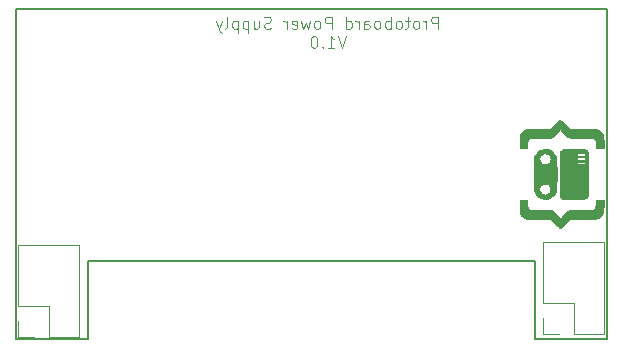
<source format=gbr>
%TF.GenerationSoftware,KiCad,Pcbnew,5.0.2-bee76a0~70~ubuntu18.04.1*%
%TF.CreationDate,2018-12-09T23:27:29+01:00*%
%TF.ProjectId,Protoboard_power_supply,50726f74-6f62-46f6-9172-645f706f7765,rev?*%
%TF.SameCoordinates,Original*%
%TF.FileFunction,Legend,Bot*%
%TF.FilePolarity,Positive*%
%FSLAX46Y46*%
G04 Gerber Fmt 4.6, Leading zero omitted, Abs format (unit mm)*
G04 Created by KiCad (PCBNEW 5.0.2-bee76a0~70~ubuntu18.04.1) date dom 09 dic 2018 23:27:29 CET*
%MOMM*%
%LPD*%
G01*
G04 APERTURE LIST*
%ADD10C,0.120000*%
%ADD11C,0.127000*%
%ADD12C,0.010000*%
G04 APERTURE END LIST*
D10*
X177989333Y-88034380D02*
X177989333Y-87034380D01*
X177608380Y-87034380D01*
X177513142Y-87082000D01*
X177465523Y-87129619D01*
X177417904Y-87224857D01*
X177417904Y-87367714D01*
X177465523Y-87462952D01*
X177513142Y-87510571D01*
X177608380Y-87558190D01*
X177989333Y-87558190D01*
X176989333Y-88034380D02*
X176989333Y-87367714D01*
X176989333Y-87558190D02*
X176941714Y-87462952D01*
X176894095Y-87415333D01*
X176798857Y-87367714D01*
X176703619Y-87367714D01*
X176227428Y-88034380D02*
X176322666Y-87986761D01*
X176370285Y-87939142D01*
X176417904Y-87843904D01*
X176417904Y-87558190D01*
X176370285Y-87462952D01*
X176322666Y-87415333D01*
X176227428Y-87367714D01*
X176084571Y-87367714D01*
X175989333Y-87415333D01*
X175941714Y-87462952D01*
X175894095Y-87558190D01*
X175894095Y-87843904D01*
X175941714Y-87939142D01*
X175989333Y-87986761D01*
X176084571Y-88034380D01*
X176227428Y-88034380D01*
X175608380Y-87367714D02*
X175227428Y-87367714D01*
X175465523Y-87034380D02*
X175465523Y-87891523D01*
X175417904Y-87986761D01*
X175322666Y-88034380D01*
X175227428Y-88034380D01*
X174751238Y-88034380D02*
X174846476Y-87986761D01*
X174894095Y-87939142D01*
X174941714Y-87843904D01*
X174941714Y-87558190D01*
X174894095Y-87462952D01*
X174846476Y-87415333D01*
X174751238Y-87367714D01*
X174608380Y-87367714D01*
X174513142Y-87415333D01*
X174465523Y-87462952D01*
X174417904Y-87558190D01*
X174417904Y-87843904D01*
X174465523Y-87939142D01*
X174513142Y-87986761D01*
X174608380Y-88034380D01*
X174751238Y-88034380D01*
X173989333Y-88034380D02*
X173989333Y-87034380D01*
X173989333Y-87415333D02*
X173894095Y-87367714D01*
X173703619Y-87367714D01*
X173608380Y-87415333D01*
X173560761Y-87462952D01*
X173513142Y-87558190D01*
X173513142Y-87843904D01*
X173560761Y-87939142D01*
X173608380Y-87986761D01*
X173703619Y-88034380D01*
X173894095Y-88034380D01*
X173989333Y-87986761D01*
X172941714Y-88034380D02*
X173036952Y-87986761D01*
X173084571Y-87939142D01*
X173132190Y-87843904D01*
X173132190Y-87558190D01*
X173084571Y-87462952D01*
X173036952Y-87415333D01*
X172941714Y-87367714D01*
X172798857Y-87367714D01*
X172703619Y-87415333D01*
X172656000Y-87462952D01*
X172608380Y-87558190D01*
X172608380Y-87843904D01*
X172656000Y-87939142D01*
X172703619Y-87986761D01*
X172798857Y-88034380D01*
X172941714Y-88034380D01*
X171751238Y-88034380D02*
X171751238Y-87510571D01*
X171798857Y-87415333D01*
X171894095Y-87367714D01*
X172084571Y-87367714D01*
X172179809Y-87415333D01*
X171751238Y-87986761D02*
X171846476Y-88034380D01*
X172084571Y-88034380D01*
X172179809Y-87986761D01*
X172227428Y-87891523D01*
X172227428Y-87796285D01*
X172179809Y-87701047D01*
X172084571Y-87653428D01*
X171846476Y-87653428D01*
X171751238Y-87605809D01*
X171275047Y-88034380D02*
X171275047Y-87367714D01*
X171275047Y-87558190D02*
X171227428Y-87462952D01*
X171179809Y-87415333D01*
X171084571Y-87367714D01*
X170989333Y-87367714D01*
X170227428Y-88034380D02*
X170227428Y-87034380D01*
X170227428Y-87986761D02*
X170322666Y-88034380D01*
X170513142Y-88034380D01*
X170608380Y-87986761D01*
X170656000Y-87939142D01*
X170703619Y-87843904D01*
X170703619Y-87558190D01*
X170656000Y-87462952D01*
X170608380Y-87415333D01*
X170513142Y-87367714D01*
X170322666Y-87367714D01*
X170227428Y-87415333D01*
X168989333Y-88034380D02*
X168989333Y-87034380D01*
X168608380Y-87034380D01*
X168513142Y-87082000D01*
X168465523Y-87129619D01*
X168417904Y-87224857D01*
X168417904Y-87367714D01*
X168465523Y-87462952D01*
X168513142Y-87510571D01*
X168608380Y-87558190D01*
X168989333Y-87558190D01*
X167846476Y-88034380D02*
X167941714Y-87986761D01*
X167989333Y-87939142D01*
X168036952Y-87843904D01*
X168036952Y-87558190D01*
X167989333Y-87462952D01*
X167941714Y-87415333D01*
X167846476Y-87367714D01*
X167703619Y-87367714D01*
X167608380Y-87415333D01*
X167560761Y-87462952D01*
X167513142Y-87558190D01*
X167513142Y-87843904D01*
X167560761Y-87939142D01*
X167608380Y-87986761D01*
X167703619Y-88034380D01*
X167846476Y-88034380D01*
X167179809Y-87367714D02*
X166989333Y-88034380D01*
X166798857Y-87558190D01*
X166608380Y-88034380D01*
X166417904Y-87367714D01*
X165656000Y-87986761D02*
X165751238Y-88034380D01*
X165941714Y-88034380D01*
X166036952Y-87986761D01*
X166084571Y-87891523D01*
X166084571Y-87510571D01*
X166036952Y-87415333D01*
X165941714Y-87367714D01*
X165751238Y-87367714D01*
X165656000Y-87415333D01*
X165608380Y-87510571D01*
X165608380Y-87605809D01*
X166084571Y-87701047D01*
X165179809Y-88034380D02*
X165179809Y-87367714D01*
X165179809Y-87558190D02*
X165132190Y-87462952D01*
X165084571Y-87415333D01*
X164989333Y-87367714D01*
X164894095Y-87367714D01*
X163846476Y-87986761D02*
X163703619Y-88034380D01*
X163465523Y-88034380D01*
X163370285Y-87986761D01*
X163322666Y-87939142D01*
X163275047Y-87843904D01*
X163275047Y-87748666D01*
X163322666Y-87653428D01*
X163370285Y-87605809D01*
X163465523Y-87558190D01*
X163656000Y-87510571D01*
X163751238Y-87462952D01*
X163798857Y-87415333D01*
X163846476Y-87320095D01*
X163846476Y-87224857D01*
X163798857Y-87129619D01*
X163751238Y-87082000D01*
X163656000Y-87034380D01*
X163417904Y-87034380D01*
X163275047Y-87082000D01*
X162417904Y-87367714D02*
X162417904Y-88034380D01*
X162846476Y-87367714D02*
X162846476Y-87891523D01*
X162798857Y-87986761D01*
X162703619Y-88034380D01*
X162560761Y-88034380D01*
X162465523Y-87986761D01*
X162417904Y-87939142D01*
X161941714Y-87367714D02*
X161941714Y-88367714D01*
X161941714Y-87415333D02*
X161846476Y-87367714D01*
X161656000Y-87367714D01*
X161560761Y-87415333D01*
X161513142Y-87462952D01*
X161465523Y-87558190D01*
X161465523Y-87843904D01*
X161513142Y-87939142D01*
X161560761Y-87986761D01*
X161656000Y-88034380D01*
X161846476Y-88034380D01*
X161941714Y-87986761D01*
X161036952Y-87367714D02*
X161036952Y-88367714D01*
X161036952Y-87415333D02*
X160941714Y-87367714D01*
X160751238Y-87367714D01*
X160656000Y-87415333D01*
X160608380Y-87462952D01*
X160560761Y-87558190D01*
X160560761Y-87843904D01*
X160608380Y-87939142D01*
X160656000Y-87986761D01*
X160751238Y-88034380D01*
X160941714Y-88034380D01*
X161036952Y-87986761D01*
X159989333Y-88034380D02*
X160084571Y-87986761D01*
X160132190Y-87891523D01*
X160132190Y-87034380D01*
X159703619Y-87367714D02*
X159465523Y-88034380D01*
X159227428Y-87367714D02*
X159465523Y-88034380D01*
X159560761Y-88272476D01*
X159608380Y-88320095D01*
X159703619Y-88367714D01*
X170179809Y-88654380D02*
X169846476Y-89654380D01*
X169513142Y-88654380D01*
X168656000Y-89654380D02*
X169227428Y-89654380D01*
X168941714Y-89654380D02*
X168941714Y-88654380D01*
X169036952Y-88797238D01*
X169132190Y-88892476D01*
X169227428Y-88940095D01*
X168227428Y-89559142D02*
X168179809Y-89606761D01*
X168227428Y-89654380D01*
X168275047Y-89606761D01*
X168227428Y-89559142D01*
X168227428Y-89654380D01*
X167560761Y-88654380D02*
X167465523Y-88654380D01*
X167370285Y-88702000D01*
X167322666Y-88749619D01*
X167275047Y-88844857D01*
X167227428Y-89035333D01*
X167227428Y-89273428D01*
X167275047Y-89463904D01*
X167322666Y-89559142D01*
X167370285Y-89606761D01*
X167465523Y-89654380D01*
X167560761Y-89654380D01*
X167656000Y-89606761D01*
X167703619Y-89559142D01*
X167751238Y-89463904D01*
X167798857Y-89273428D01*
X167798857Y-89035333D01*
X167751238Y-88844857D01*
X167703619Y-88749619D01*
X167656000Y-88702000D01*
X167560761Y-88654380D01*
D11*
X148336000Y-114300000D02*
X148336000Y-107696000D01*
X192278000Y-114300000D02*
X192278000Y-86360000D01*
X186182000Y-107696000D02*
X186182000Y-114300000D01*
X142240000Y-114300000D02*
X142240000Y-86360000D01*
X148336000Y-114300000D02*
X142240000Y-114300000D01*
X186182000Y-107696000D02*
X148336000Y-107696000D01*
X192278000Y-114300000D02*
X186182000Y-114300000D01*
X142240000Y-86360000D02*
X192278000Y-86360000D01*
D10*
X142434000Y-106366000D02*
X147634000Y-106366000D01*
X142434000Y-111506000D02*
X142434000Y-106366000D01*
X147634000Y-114106000D02*
X147634000Y-106366000D01*
X142434000Y-111506000D02*
X145034000Y-111506000D01*
X145034000Y-111506000D02*
X145034000Y-114106000D01*
X145034000Y-114106000D02*
X147634000Y-114106000D01*
X142434000Y-112776000D02*
X142434000Y-114106000D01*
X142434000Y-114106000D02*
X143764000Y-114106000D01*
X186884000Y-113852000D02*
X188214000Y-113852000D01*
X186884000Y-112522000D02*
X186884000Y-113852000D01*
X189484000Y-113852000D02*
X192084000Y-113852000D01*
X189484000Y-111252000D02*
X189484000Y-113852000D01*
X186884000Y-111252000D02*
X189484000Y-111252000D01*
X192084000Y-113852000D02*
X192084000Y-106112000D01*
X186884000Y-111252000D02*
X186884000Y-106112000D01*
X186884000Y-106112000D02*
X192084000Y-106112000D01*
D12*
G36*
X186119463Y-100308834D02*
X186119846Y-100597107D01*
X186120940Y-100856617D01*
X186122717Y-101085450D01*
X186125145Y-101281697D01*
X186128197Y-101443445D01*
X186131840Y-101568784D01*
X186136047Y-101655802D01*
X186140786Y-101702589D01*
X186141278Y-101704939D01*
X186199369Y-101871659D01*
X186291524Y-102030718D01*
X186409810Y-102170567D01*
X186527637Y-102267509D01*
X186665752Y-102346550D01*
X186806931Y-102396450D01*
X186963007Y-102420285D01*
X187122377Y-102422131D01*
X187225901Y-102417095D01*
X187301634Y-102408810D01*
X187364117Y-102393931D01*
X187427894Y-102369117D01*
X187497840Y-102335810D01*
X187667228Y-102229336D01*
X187808166Y-102093237D01*
X187917564Y-101931784D01*
X187992331Y-101749248D01*
X188022500Y-101610584D01*
X188026801Y-101558420D01*
X188030544Y-101468903D01*
X188033730Y-101347012D01*
X188036362Y-101197722D01*
X188038442Y-101026011D01*
X188039973Y-100836857D01*
X188040957Y-100635237D01*
X188041397Y-100426127D01*
X188041296Y-100214505D01*
X188040654Y-100005349D01*
X188039476Y-99803634D01*
X188037762Y-99614339D01*
X188035517Y-99442441D01*
X188032741Y-99292917D01*
X188029439Y-99170744D01*
X188025611Y-99080899D01*
X188021261Y-99028360D01*
X188021245Y-99028250D01*
X187974890Y-98849218D01*
X187892175Y-98683272D01*
X187778322Y-98535558D01*
X187638552Y-98411222D01*
X187478087Y-98315411D01*
X187302149Y-98253270D01*
X187219007Y-98237620D01*
X187106609Y-98233040D01*
X187106609Y-98583056D01*
X187233615Y-98615686D01*
X187288432Y-98643205D01*
X187387604Y-98721007D01*
X187466202Y-98821023D01*
X187513910Y-98929888D01*
X187515944Y-98937987D01*
X187529945Y-99006596D01*
X187532222Y-99060600D01*
X187521872Y-99119685D01*
X187504802Y-99180783D01*
X187450332Y-99297563D01*
X187366679Y-99394200D01*
X187261919Y-99465808D01*
X187144126Y-99507499D01*
X187091039Y-99510477D01*
X187091039Y-101143426D01*
X187209316Y-101166976D01*
X187318655Y-101221679D01*
X187412544Y-101306740D01*
X187484469Y-101421365D01*
X187507232Y-101480191D01*
X187526054Y-101606435D01*
X187504355Y-101740793D01*
X187469453Y-101829444D01*
X187423229Y-101900195D01*
X187361082Y-101966122D01*
X187340095Y-101982965D01*
X187212882Y-102052524D01*
X187082557Y-102080222D01*
X186951460Y-102065971D01*
X186821933Y-102009682D01*
X186811020Y-102002925D01*
X186707657Y-101914664D01*
X186636055Y-101805492D01*
X186598096Y-101683146D01*
X186595659Y-101555365D01*
X186630626Y-101429887D01*
X186658809Y-101376650D01*
X186747709Y-101267640D01*
X186853722Y-101192963D01*
X186970336Y-101151823D01*
X187091039Y-101143426D01*
X187091039Y-99510477D01*
X187021375Y-99514386D01*
X186968595Y-99505310D01*
X186831773Y-99452496D01*
X186723029Y-99370895D01*
X186645589Y-99264458D01*
X186602679Y-99137132D01*
X186594826Y-99047757D01*
X186599338Y-98961292D01*
X186617193Y-98893723D01*
X186654684Y-98822204D01*
X186658809Y-98815483D01*
X186747931Y-98706709D01*
X186856870Y-98630454D01*
X186978729Y-98588608D01*
X187106609Y-98583056D01*
X187106609Y-98233040D01*
X187015442Y-98229324D01*
X186822069Y-98259621D01*
X186643164Y-98325963D01*
X186483002Y-98425798D01*
X186345859Y-98556579D01*
X186236009Y-98715755D01*
X186170247Y-98862980D01*
X186119392Y-99007084D01*
X186119463Y-100308834D01*
X186119463Y-100308834D01*
G37*
X186119463Y-100308834D02*
X186119846Y-100597107D01*
X186120940Y-100856617D01*
X186122717Y-101085450D01*
X186125145Y-101281697D01*
X186128197Y-101443445D01*
X186131840Y-101568784D01*
X186136047Y-101655802D01*
X186140786Y-101702589D01*
X186141278Y-101704939D01*
X186199369Y-101871659D01*
X186291524Y-102030718D01*
X186409810Y-102170567D01*
X186527637Y-102267509D01*
X186665752Y-102346550D01*
X186806931Y-102396450D01*
X186963007Y-102420285D01*
X187122377Y-102422131D01*
X187225901Y-102417095D01*
X187301634Y-102408810D01*
X187364117Y-102393931D01*
X187427894Y-102369117D01*
X187497840Y-102335810D01*
X187667228Y-102229336D01*
X187808166Y-102093237D01*
X187917564Y-101931784D01*
X187992331Y-101749248D01*
X188022500Y-101610584D01*
X188026801Y-101558420D01*
X188030544Y-101468903D01*
X188033730Y-101347012D01*
X188036362Y-101197722D01*
X188038442Y-101026011D01*
X188039973Y-100836857D01*
X188040957Y-100635237D01*
X188041397Y-100426127D01*
X188041296Y-100214505D01*
X188040654Y-100005349D01*
X188039476Y-99803634D01*
X188037762Y-99614339D01*
X188035517Y-99442441D01*
X188032741Y-99292917D01*
X188029439Y-99170744D01*
X188025611Y-99080899D01*
X188021261Y-99028360D01*
X188021245Y-99028250D01*
X187974890Y-98849218D01*
X187892175Y-98683272D01*
X187778322Y-98535558D01*
X187638552Y-98411222D01*
X187478087Y-98315411D01*
X187302149Y-98253270D01*
X187219007Y-98237620D01*
X187106609Y-98233040D01*
X187106609Y-98583056D01*
X187233615Y-98615686D01*
X187288432Y-98643205D01*
X187387604Y-98721007D01*
X187466202Y-98821023D01*
X187513910Y-98929888D01*
X187515944Y-98937987D01*
X187529945Y-99006596D01*
X187532222Y-99060600D01*
X187521872Y-99119685D01*
X187504802Y-99180783D01*
X187450332Y-99297563D01*
X187366679Y-99394200D01*
X187261919Y-99465808D01*
X187144126Y-99507499D01*
X187091039Y-99510477D01*
X187091039Y-101143426D01*
X187209316Y-101166976D01*
X187318655Y-101221679D01*
X187412544Y-101306740D01*
X187484469Y-101421365D01*
X187507232Y-101480191D01*
X187526054Y-101606435D01*
X187504355Y-101740793D01*
X187469453Y-101829444D01*
X187423229Y-101900195D01*
X187361082Y-101966122D01*
X187340095Y-101982965D01*
X187212882Y-102052524D01*
X187082557Y-102080222D01*
X186951460Y-102065971D01*
X186821933Y-102009682D01*
X186811020Y-102002925D01*
X186707657Y-101914664D01*
X186636055Y-101805492D01*
X186598096Y-101683146D01*
X186595659Y-101555365D01*
X186630626Y-101429887D01*
X186658809Y-101376650D01*
X186747709Y-101267640D01*
X186853722Y-101192963D01*
X186970336Y-101151823D01*
X187091039Y-101143426D01*
X187091039Y-99510477D01*
X187021375Y-99514386D01*
X186968595Y-99505310D01*
X186831773Y-99452496D01*
X186723029Y-99370895D01*
X186645589Y-99264458D01*
X186602679Y-99137132D01*
X186594826Y-99047757D01*
X186599338Y-98961292D01*
X186617193Y-98893723D01*
X186654684Y-98822204D01*
X186658809Y-98815483D01*
X186747931Y-98706709D01*
X186856870Y-98630454D01*
X186978729Y-98588608D01*
X187106609Y-98583056D01*
X187106609Y-98233040D01*
X187015442Y-98229324D01*
X186822069Y-98259621D01*
X186643164Y-98325963D01*
X186483002Y-98425798D01*
X186345859Y-98556579D01*
X186236009Y-98715755D01*
X186170247Y-98862980D01*
X186119392Y-99007084D01*
X186119463Y-100308834D01*
G36*
X188303622Y-100342667D02*
X188304610Y-100666399D01*
X188305546Y-100950484D01*
X188306499Y-101197606D01*
X188307538Y-101410452D01*
X188308733Y-101591706D01*
X188310154Y-101744054D01*
X188311870Y-101870182D01*
X188313950Y-101972775D01*
X188316465Y-102054518D01*
X188319483Y-102118098D01*
X188323075Y-102166198D01*
X188327309Y-102201505D01*
X188332255Y-102226705D01*
X188337983Y-102244482D01*
X188344563Y-102257523D01*
X188352063Y-102268512D01*
X188353529Y-102270497D01*
X188402152Y-102323590D01*
X188462056Y-102373849D01*
X188468677Y-102378477D01*
X188539546Y-102426704D01*
X189514481Y-102420810D01*
X189743274Y-102419363D01*
X189933549Y-102417916D01*
X190089122Y-102416291D01*
X190213807Y-102414310D01*
X190311419Y-102411794D01*
X190385774Y-102408565D01*
X190440687Y-102404445D01*
X190479973Y-102399255D01*
X190507447Y-102392818D01*
X190526925Y-102384954D01*
X190542220Y-102375486D01*
X190546192Y-102372584D01*
X190594657Y-102325335D01*
X190640418Y-102263882D01*
X190646734Y-102253285D01*
X190654355Y-102239232D01*
X190661035Y-102223790D01*
X190666835Y-102204232D01*
X190671816Y-102177834D01*
X190676040Y-102141871D01*
X190679568Y-102093618D01*
X190682460Y-102030350D01*
X190684779Y-101949341D01*
X190686585Y-101847867D01*
X190687940Y-101723203D01*
X190688904Y-101572623D01*
X190689540Y-101393403D01*
X190689908Y-101182817D01*
X190690070Y-100938141D01*
X190690087Y-100656650D01*
X190690020Y-100335617D01*
X190690018Y-100327118D01*
X190689874Y-100002087D01*
X190689593Y-99716718D01*
X190689124Y-99468343D01*
X190688420Y-99254290D01*
X190687433Y-99071889D01*
X190686114Y-98918470D01*
X190684415Y-98791363D01*
X190682288Y-98687898D01*
X190679684Y-98605404D01*
X190676555Y-98541211D01*
X190672852Y-98492649D01*
X190668528Y-98457048D01*
X190663534Y-98431737D01*
X190657821Y-98414046D01*
X190655298Y-98408452D01*
X190589520Y-98321098D01*
X190491198Y-98260377D01*
X190413217Y-98235838D01*
X190368868Y-98230620D01*
X190288088Y-98226124D01*
X190176716Y-98222355D01*
X190040591Y-98219322D01*
X189885553Y-98217032D01*
X189738000Y-98215680D01*
X189738000Y-98573167D01*
X190415333Y-98573167D01*
X190415333Y-98806000D01*
X189738000Y-98806000D01*
X189738000Y-98933000D01*
X190415333Y-98933000D01*
X190415333Y-99165834D01*
X189738000Y-99165834D01*
X189738000Y-99292834D01*
X190415333Y-99292834D01*
X190415333Y-99525667D01*
X189738000Y-99525667D01*
X189738000Y-99292834D01*
X189738000Y-99165834D01*
X189738000Y-98933000D01*
X189738000Y-98806000D01*
X189738000Y-98573167D01*
X189738000Y-98215680D01*
X189717441Y-98215491D01*
X189542093Y-98214707D01*
X189365350Y-98214686D01*
X189193050Y-98215437D01*
X189031032Y-98216966D01*
X188885136Y-98219280D01*
X188761201Y-98222387D01*
X188665066Y-98226294D01*
X188602570Y-98231007D01*
X188586054Y-98233600D01*
X188473371Y-98278520D01*
X188380929Y-98358163D01*
X188345956Y-98404116D01*
X188297995Y-98474590D01*
X188303622Y-100342667D01*
X188303622Y-100342667D01*
G37*
X188303622Y-100342667D02*
X188304610Y-100666399D01*
X188305546Y-100950484D01*
X188306499Y-101197606D01*
X188307538Y-101410452D01*
X188308733Y-101591706D01*
X188310154Y-101744054D01*
X188311870Y-101870182D01*
X188313950Y-101972775D01*
X188316465Y-102054518D01*
X188319483Y-102118098D01*
X188323075Y-102166198D01*
X188327309Y-102201505D01*
X188332255Y-102226705D01*
X188337983Y-102244482D01*
X188344563Y-102257523D01*
X188352063Y-102268512D01*
X188353529Y-102270497D01*
X188402152Y-102323590D01*
X188462056Y-102373849D01*
X188468677Y-102378477D01*
X188539546Y-102426704D01*
X189514481Y-102420810D01*
X189743274Y-102419363D01*
X189933549Y-102417916D01*
X190089122Y-102416291D01*
X190213807Y-102414310D01*
X190311419Y-102411794D01*
X190385774Y-102408565D01*
X190440687Y-102404445D01*
X190479973Y-102399255D01*
X190507447Y-102392818D01*
X190526925Y-102384954D01*
X190542220Y-102375486D01*
X190546192Y-102372584D01*
X190594657Y-102325335D01*
X190640418Y-102263882D01*
X190646734Y-102253285D01*
X190654355Y-102239232D01*
X190661035Y-102223790D01*
X190666835Y-102204232D01*
X190671816Y-102177834D01*
X190676040Y-102141871D01*
X190679568Y-102093618D01*
X190682460Y-102030350D01*
X190684779Y-101949341D01*
X190686585Y-101847867D01*
X190687940Y-101723203D01*
X190688904Y-101572623D01*
X190689540Y-101393403D01*
X190689908Y-101182817D01*
X190690070Y-100938141D01*
X190690087Y-100656650D01*
X190690020Y-100335617D01*
X190690018Y-100327118D01*
X190689874Y-100002087D01*
X190689593Y-99716718D01*
X190689124Y-99468343D01*
X190688420Y-99254290D01*
X190687433Y-99071889D01*
X190686114Y-98918470D01*
X190684415Y-98791363D01*
X190682288Y-98687898D01*
X190679684Y-98605404D01*
X190676555Y-98541211D01*
X190672852Y-98492649D01*
X190668528Y-98457048D01*
X190663534Y-98431737D01*
X190657821Y-98414046D01*
X190655298Y-98408452D01*
X190589520Y-98321098D01*
X190491198Y-98260377D01*
X190413217Y-98235838D01*
X190368868Y-98230620D01*
X190288088Y-98226124D01*
X190176716Y-98222355D01*
X190040591Y-98219322D01*
X189885553Y-98217032D01*
X189738000Y-98215680D01*
X189738000Y-98573167D01*
X190415333Y-98573167D01*
X190415333Y-98806000D01*
X189738000Y-98806000D01*
X189738000Y-98933000D01*
X190415333Y-98933000D01*
X190415333Y-99165834D01*
X189738000Y-99165834D01*
X189738000Y-99292834D01*
X190415333Y-99292834D01*
X190415333Y-99525667D01*
X189738000Y-99525667D01*
X189738000Y-99292834D01*
X189738000Y-99165834D01*
X189738000Y-98933000D01*
X189738000Y-98806000D01*
X189738000Y-98573167D01*
X189738000Y-98215680D01*
X189717441Y-98215491D01*
X189542093Y-98214707D01*
X189365350Y-98214686D01*
X189193050Y-98215437D01*
X189031032Y-98216966D01*
X188885136Y-98219280D01*
X188761201Y-98222387D01*
X188665066Y-98226294D01*
X188602570Y-98231007D01*
X188586054Y-98233600D01*
X188473371Y-98278520D01*
X188380929Y-98358163D01*
X188345956Y-98404116D01*
X188297995Y-98474590D01*
X188303622Y-100342667D01*
G36*
X184916764Y-103065792D02*
X184920301Y-103250111D01*
X184925462Y-103398058D01*
X184933720Y-103515593D01*
X184946545Y-103608677D01*
X184965409Y-103683270D01*
X184991783Y-103745332D01*
X185027138Y-103800824D01*
X185072947Y-103855707D01*
X185125277Y-103910471D01*
X185201014Y-103981337D01*
X185270254Y-104029166D01*
X185351015Y-104065439D01*
X185389861Y-104079044D01*
X185424970Y-104090392D01*
X185458922Y-104099868D01*
X185495818Y-104107674D01*
X185539759Y-104114011D01*
X185594848Y-104119080D01*
X185665188Y-104123084D01*
X185754878Y-104126223D01*
X185868023Y-104128699D01*
X186008722Y-104130714D01*
X186181080Y-104132470D01*
X186389196Y-104134167D01*
X186533561Y-104135246D01*
X187530706Y-104142598D01*
X187905772Y-104532882D01*
X188037885Y-104668826D01*
X188143711Y-104774242D01*
X188224762Y-104850531D01*
X188282548Y-104899093D01*
X188318582Y-104921328D01*
X188327009Y-104923167D01*
X188356578Y-104909768D01*
X188409946Y-104868942D01*
X188488169Y-104799742D01*
X188592304Y-104701222D01*
X188723405Y-104572438D01*
X188764333Y-104531584D01*
X189155487Y-104140000D01*
X190192868Y-104139840D01*
X190414711Y-104139367D01*
X190624104Y-104138069D01*
X190816653Y-104136027D01*
X190987965Y-104133321D01*
X191133645Y-104130032D01*
X191249300Y-104126239D01*
X191330538Y-104122023D01*
X191367833Y-104118394D01*
X191505848Y-104084612D01*
X191638173Y-104029685D01*
X191753083Y-103959676D01*
X191838855Y-103880646D01*
X191846659Y-103870809D01*
X191894686Y-103803903D01*
X191932479Y-103739727D01*
X191961376Y-103671886D01*
X191982713Y-103593986D01*
X191997827Y-103499632D01*
X192008056Y-103382428D01*
X192014734Y-103235981D01*
X192019201Y-103053895D01*
X192019374Y-103044625D01*
X192028464Y-102552500D01*
X191366654Y-102552500D01*
X191380368Y-102686356D01*
X191384287Y-102847698D01*
X191364019Y-102998875D01*
X191321986Y-103133135D01*
X191260609Y-103243725D01*
X191182311Y-103323891D01*
X191143146Y-103347775D01*
X191122043Y-103357180D01*
X191097332Y-103365101D01*
X191065221Y-103371714D01*
X191021915Y-103377194D01*
X190963620Y-103381718D01*
X190886542Y-103385462D01*
X190786888Y-103388601D01*
X190660863Y-103391310D01*
X190504674Y-103393767D01*
X190314526Y-103396147D01*
X190086626Y-103398625D01*
X190034333Y-103399167D01*
X189798734Y-103401666D01*
X189601716Y-103404003D01*
X189439528Y-103406356D01*
X189308419Y-103408907D01*
X189204639Y-103411834D01*
X189124435Y-103415317D01*
X189064057Y-103419537D01*
X189019755Y-103424672D01*
X188987776Y-103430903D01*
X188964371Y-103438410D01*
X188945787Y-103447372D01*
X188938383Y-103451695D01*
X188902129Y-103481513D01*
X188845123Y-103537864D01*
X188773322Y-103614436D01*
X188692680Y-103704917D01*
X188626607Y-103782120D01*
X188546360Y-103877046D01*
X188473959Y-103961625D01*
X188414408Y-104030093D01*
X188372709Y-104076690D01*
X188355059Y-104094782D01*
X188337875Y-104098811D01*
X188312089Y-104084485D01*
X188273428Y-104047806D01*
X188217619Y-103984775D01*
X188148975Y-103901940D01*
X188029368Y-103757997D01*
X187923601Y-103636267D01*
X187834445Y-103539753D01*
X187764673Y-103471455D01*
X187717083Y-103434389D01*
X187688649Y-103427488D01*
X187627620Y-103421322D01*
X187532398Y-103415832D01*
X187401385Y-103410959D01*
X187232986Y-103406646D01*
X187025601Y-103402835D01*
X186777634Y-103399466D01*
X186751901Y-103399167D01*
X185829553Y-103388584D01*
X185752293Y-103335667D01*
X185696820Y-103285485D01*
X185641331Y-103216415D01*
X185616597Y-103176917D01*
X185591456Y-103127879D01*
X185574284Y-103081625D01*
X185563204Y-103027792D01*
X185556336Y-102956019D01*
X185551802Y-102855944D01*
X185550404Y-102811792D01*
X185542646Y-102552500D01*
X184908694Y-102552500D01*
X184916764Y-103065792D01*
X184916764Y-103065792D01*
G37*
X184916764Y-103065792D02*
X184920301Y-103250111D01*
X184925462Y-103398058D01*
X184933720Y-103515593D01*
X184946545Y-103608677D01*
X184965409Y-103683270D01*
X184991783Y-103745332D01*
X185027138Y-103800824D01*
X185072947Y-103855707D01*
X185125277Y-103910471D01*
X185201014Y-103981337D01*
X185270254Y-104029166D01*
X185351015Y-104065439D01*
X185389861Y-104079044D01*
X185424970Y-104090392D01*
X185458922Y-104099868D01*
X185495818Y-104107674D01*
X185539759Y-104114011D01*
X185594848Y-104119080D01*
X185665188Y-104123084D01*
X185754878Y-104126223D01*
X185868023Y-104128699D01*
X186008722Y-104130714D01*
X186181080Y-104132470D01*
X186389196Y-104134167D01*
X186533561Y-104135246D01*
X187530706Y-104142598D01*
X187905772Y-104532882D01*
X188037885Y-104668826D01*
X188143711Y-104774242D01*
X188224762Y-104850531D01*
X188282548Y-104899093D01*
X188318582Y-104921328D01*
X188327009Y-104923167D01*
X188356578Y-104909768D01*
X188409946Y-104868942D01*
X188488169Y-104799742D01*
X188592304Y-104701222D01*
X188723405Y-104572438D01*
X188764333Y-104531584D01*
X189155487Y-104140000D01*
X190192868Y-104139840D01*
X190414711Y-104139367D01*
X190624104Y-104138069D01*
X190816653Y-104136027D01*
X190987965Y-104133321D01*
X191133645Y-104130032D01*
X191249300Y-104126239D01*
X191330538Y-104122023D01*
X191367833Y-104118394D01*
X191505848Y-104084612D01*
X191638173Y-104029685D01*
X191753083Y-103959676D01*
X191838855Y-103880646D01*
X191846659Y-103870809D01*
X191894686Y-103803903D01*
X191932479Y-103739727D01*
X191961376Y-103671886D01*
X191982713Y-103593986D01*
X191997827Y-103499632D01*
X192008056Y-103382428D01*
X192014734Y-103235981D01*
X192019201Y-103053895D01*
X192019374Y-103044625D01*
X192028464Y-102552500D01*
X191366654Y-102552500D01*
X191380368Y-102686356D01*
X191384287Y-102847698D01*
X191364019Y-102998875D01*
X191321986Y-103133135D01*
X191260609Y-103243725D01*
X191182311Y-103323891D01*
X191143146Y-103347775D01*
X191122043Y-103357180D01*
X191097332Y-103365101D01*
X191065221Y-103371714D01*
X191021915Y-103377194D01*
X190963620Y-103381718D01*
X190886542Y-103385462D01*
X190786888Y-103388601D01*
X190660863Y-103391310D01*
X190504674Y-103393767D01*
X190314526Y-103396147D01*
X190086626Y-103398625D01*
X190034333Y-103399167D01*
X189798734Y-103401666D01*
X189601716Y-103404003D01*
X189439528Y-103406356D01*
X189308419Y-103408907D01*
X189204639Y-103411834D01*
X189124435Y-103415317D01*
X189064057Y-103419537D01*
X189019755Y-103424672D01*
X188987776Y-103430903D01*
X188964371Y-103438410D01*
X188945787Y-103447372D01*
X188938383Y-103451695D01*
X188902129Y-103481513D01*
X188845123Y-103537864D01*
X188773322Y-103614436D01*
X188692680Y-103704917D01*
X188626607Y-103782120D01*
X188546360Y-103877046D01*
X188473959Y-103961625D01*
X188414408Y-104030093D01*
X188372709Y-104076690D01*
X188355059Y-104094782D01*
X188337875Y-104098811D01*
X188312089Y-104084485D01*
X188273428Y-104047806D01*
X188217619Y-103984775D01*
X188148975Y-103901940D01*
X188029368Y-103757997D01*
X187923601Y-103636267D01*
X187834445Y-103539753D01*
X187764673Y-103471455D01*
X187717083Y-103434389D01*
X187688649Y-103427488D01*
X187627620Y-103421322D01*
X187532398Y-103415832D01*
X187401385Y-103410959D01*
X187232986Y-103406646D01*
X187025601Y-103402835D01*
X186777634Y-103399466D01*
X186751901Y-103399167D01*
X185829553Y-103388584D01*
X185752293Y-103335667D01*
X185696820Y-103285485D01*
X185641331Y-103216415D01*
X185616597Y-103176917D01*
X185591456Y-103127879D01*
X185574284Y-103081625D01*
X185563204Y-103027792D01*
X185556336Y-102956019D01*
X185551802Y-102855944D01*
X185550404Y-102811792D01*
X185542646Y-102552500D01*
X184908694Y-102552500D01*
X184916764Y-103065792D01*
G36*
X185547000Y-98107500D02*
X185547000Y-97877328D01*
X185551963Y-97723599D01*
X185568163Y-97603561D01*
X185597562Y-97509598D01*
X185642124Y-97434095D01*
X185669530Y-97402119D01*
X185698559Y-97371662D01*
X185725253Y-97346345D01*
X185753656Y-97325644D01*
X185787815Y-97309039D01*
X185831773Y-97296006D01*
X185889575Y-97286023D01*
X185965266Y-97278570D01*
X186062891Y-97273122D01*
X186186494Y-97269159D01*
X186340121Y-97266158D01*
X186527815Y-97263598D01*
X186753622Y-97260955D01*
X186764083Y-97260834D01*
X187014524Y-97257473D01*
X187224213Y-97253664D01*
X187394731Y-97249347D01*
X187527656Y-97244464D01*
X187624569Y-97238957D01*
X187687050Y-97232767D01*
X187716677Y-97225836D01*
X187717083Y-97225611D01*
X187764679Y-97188496D01*
X187834408Y-97120108D01*
X187923523Y-97023424D01*
X188029280Y-96901425D01*
X188148088Y-96758125D01*
X188214402Y-96677897D01*
X188271454Y-96611274D01*
X188313901Y-96564319D01*
X188336400Y-96543096D01*
X188338096Y-96542477D01*
X188356040Y-96558400D01*
X188394840Y-96600750D01*
X188448735Y-96663032D01*
X188510333Y-96736761D01*
X188617399Y-96864464D01*
X188718180Y-96980033D01*
X188808405Y-97078869D01*
X188883804Y-97156373D01*
X188940105Y-97207944D01*
X188963589Y-97224901D01*
X188988664Y-97231440D01*
X189041196Y-97237256D01*
X189123331Y-97242423D01*
X189237215Y-97247011D01*
X189384992Y-97251094D01*
X189568809Y-97254742D01*
X189790811Y-97258029D01*
X190034333Y-97260834D01*
X190277137Y-97263307D01*
X190481376Y-97265621D01*
X190650809Y-97268258D01*
X190789201Y-97271703D01*
X190900312Y-97276440D01*
X190987905Y-97282952D01*
X191055742Y-97291724D01*
X191107585Y-97303239D01*
X191147196Y-97317981D01*
X191178337Y-97336434D01*
X191204770Y-97359082D01*
X191230257Y-97386410D01*
X191257967Y-97418224D01*
X191308889Y-97489184D01*
X191344094Y-97572152D01*
X191365701Y-97675510D01*
X191375826Y-97807643D01*
X191377256Y-97890542D01*
X191377902Y-98107500D01*
X192024000Y-98107500D01*
X192021525Y-97678875D01*
X192019824Y-97540030D01*
X192016559Y-97408076D01*
X192012070Y-97291712D01*
X192006697Y-97199638D01*
X192000782Y-97140555D01*
X192000333Y-97137742D01*
X191953054Y-96967520D01*
X191872810Y-96822593D01*
X191761049Y-96704915D01*
X191619217Y-96616444D01*
X191612215Y-96613210D01*
X191564930Y-96593212D01*
X191515409Y-96576271D01*
X191459849Y-96562139D01*
X191394451Y-96550564D01*
X191315414Y-96541299D01*
X191218938Y-96534095D01*
X191101221Y-96528701D01*
X190958462Y-96524870D01*
X190786863Y-96522351D01*
X190582620Y-96520896D01*
X190341935Y-96520256D01*
X190192868Y-96520160D01*
X189155487Y-96520000D01*
X188764333Y-96128417D01*
X188625682Y-95991193D01*
X188514281Y-95884481D01*
X188429062Y-95807327D01*
X188368958Y-95758773D01*
X188332901Y-95737864D01*
X188326990Y-95736834D01*
X188298898Y-95749301D01*
X188249481Y-95787620D01*
X188177252Y-95853165D01*
X188080724Y-95947308D01*
X187958411Y-96071423D01*
X187903442Y-96128203D01*
X187526083Y-96519573D01*
X186605333Y-96519947D01*
X186388065Y-96520555D01*
X186185888Y-96522137D01*
X186003208Y-96524598D01*
X185844429Y-96527846D01*
X185713958Y-96531788D01*
X185616200Y-96536328D01*
X185555560Y-96541376D01*
X185548823Y-96542348D01*
X185368617Y-96589964D01*
X185215177Y-96669789D01*
X185094872Y-96775183D01*
X185046474Y-96831466D01*
X185008218Y-96884377D01*
X184978814Y-96939862D01*
X184956970Y-97003865D01*
X184941396Y-97082331D01*
X184930800Y-97181205D01*
X184923892Y-97306430D01*
X184919380Y-97463953D01*
X184916995Y-97594209D01*
X184908694Y-98107500D01*
X185547000Y-98107500D01*
X185547000Y-98107500D01*
G37*
X185547000Y-98107500D02*
X185547000Y-97877328D01*
X185551963Y-97723599D01*
X185568163Y-97603561D01*
X185597562Y-97509598D01*
X185642124Y-97434095D01*
X185669530Y-97402119D01*
X185698559Y-97371662D01*
X185725253Y-97346345D01*
X185753656Y-97325644D01*
X185787815Y-97309039D01*
X185831773Y-97296006D01*
X185889575Y-97286023D01*
X185965266Y-97278570D01*
X186062891Y-97273122D01*
X186186494Y-97269159D01*
X186340121Y-97266158D01*
X186527815Y-97263598D01*
X186753622Y-97260955D01*
X186764083Y-97260834D01*
X187014524Y-97257473D01*
X187224213Y-97253664D01*
X187394731Y-97249347D01*
X187527656Y-97244464D01*
X187624569Y-97238957D01*
X187687050Y-97232767D01*
X187716677Y-97225836D01*
X187717083Y-97225611D01*
X187764679Y-97188496D01*
X187834408Y-97120108D01*
X187923523Y-97023424D01*
X188029280Y-96901425D01*
X188148088Y-96758125D01*
X188214402Y-96677897D01*
X188271454Y-96611274D01*
X188313901Y-96564319D01*
X188336400Y-96543096D01*
X188338096Y-96542477D01*
X188356040Y-96558400D01*
X188394840Y-96600750D01*
X188448735Y-96663032D01*
X188510333Y-96736761D01*
X188617399Y-96864464D01*
X188718180Y-96980033D01*
X188808405Y-97078869D01*
X188883804Y-97156373D01*
X188940105Y-97207944D01*
X188963589Y-97224901D01*
X188988664Y-97231440D01*
X189041196Y-97237256D01*
X189123331Y-97242423D01*
X189237215Y-97247011D01*
X189384992Y-97251094D01*
X189568809Y-97254742D01*
X189790811Y-97258029D01*
X190034333Y-97260834D01*
X190277137Y-97263307D01*
X190481376Y-97265621D01*
X190650809Y-97268258D01*
X190789201Y-97271703D01*
X190900312Y-97276440D01*
X190987905Y-97282952D01*
X191055742Y-97291724D01*
X191107585Y-97303239D01*
X191147196Y-97317981D01*
X191178337Y-97336434D01*
X191204770Y-97359082D01*
X191230257Y-97386410D01*
X191257967Y-97418224D01*
X191308889Y-97489184D01*
X191344094Y-97572152D01*
X191365701Y-97675510D01*
X191375826Y-97807643D01*
X191377256Y-97890542D01*
X191377902Y-98107500D01*
X192024000Y-98107500D01*
X192021525Y-97678875D01*
X192019824Y-97540030D01*
X192016559Y-97408076D01*
X192012070Y-97291712D01*
X192006697Y-97199638D01*
X192000782Y-97140555D01*
X192000333Y-97137742D01*
X191953054Y-96967520D01*
X191872810Y-96822593D01*
X191761049Y-96704915D01*
X191619217Y-96616444D01*
X191612215Y-96613210D01*
X191564930Y-96593212D01*
X191515409Y-96576271D01*
X191459849Y-96562139D01*
X191394451Y-96550564D01*
X191315414Y-96541299D01*
X191218938Y-96534095D01*
X191101221Y-96528701D01*
X190958462Y-96524870D01*
X190786863Y-96522351D01*
X190582620Y-96520896D01*
X190341935Y-96520256D01*
X190192868Y-96520160D01*
X189155487Y-96520000D01*
X188764333Y-96128417D01*
X188625682Y-95991193D01*
X188514281Y-95884481D01*
X188429062Y-95807327D01*
X188368958Y-95758773D01*
X188332901Y-95737864D01*
X188326990Y-95736834D01*
X188298898Y-95749301D01*
X188249481Y-95787620D01*
X188177252Y-95853165D01*
X188080724Y-95947308D01*
X187958411Y-96071423D01*
X187903442Y-96128203D01*
X187526083Y-96519573D01*
X186605333Y-96519947D01*
X186388065Y-96520555D01*
X186185888Y-96522137D01*
X186003208Y-96524598D01*
X185844429Y-96527846D01*
X185713958Y-96531788D01*
X185616200Y-96536328D01*
X185555560Y-96541376D01*
X185548823Y-96542348D01*
X185368617Y-96589964D01*
X185215177Y-96669789D01*
X185094872Y-96775183D01*
X185046474Y-96831466D01*
X185008218Y-96884377D01*
X184978814Y-96939862D01*
X184956970Y-97003865D01*
X184941396Y-97082331D01*
X184930800Y-97181205D01*
X184923892Y-97306430D01*
X184919380Y-97463953D01*
X184916995Y-97594209D01*
X184908694Y-98107500D01*
X185547000Y-98107500D01*
M02*

</source>
